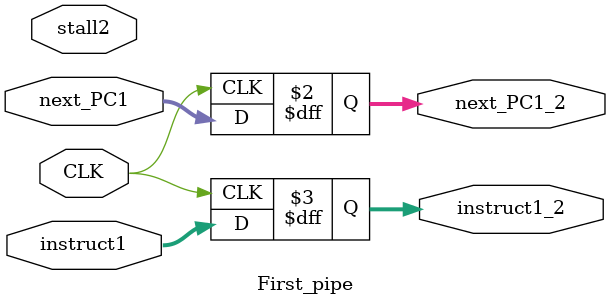
<source format=v>
module First_pipe(
  input CLK,
  input stall2,
  input wire [31:0] next_PC1,
  input wire [31:0] instruct1,

  output reg [31:0] next_PC1_2,
  output reg [31:0] instruct1_2
);



always @(negedge CLK)
begin
  next_PC1_2 <= next_PC1;
  instruct1_2 <= instruct1;
end

endmodule

</source>
